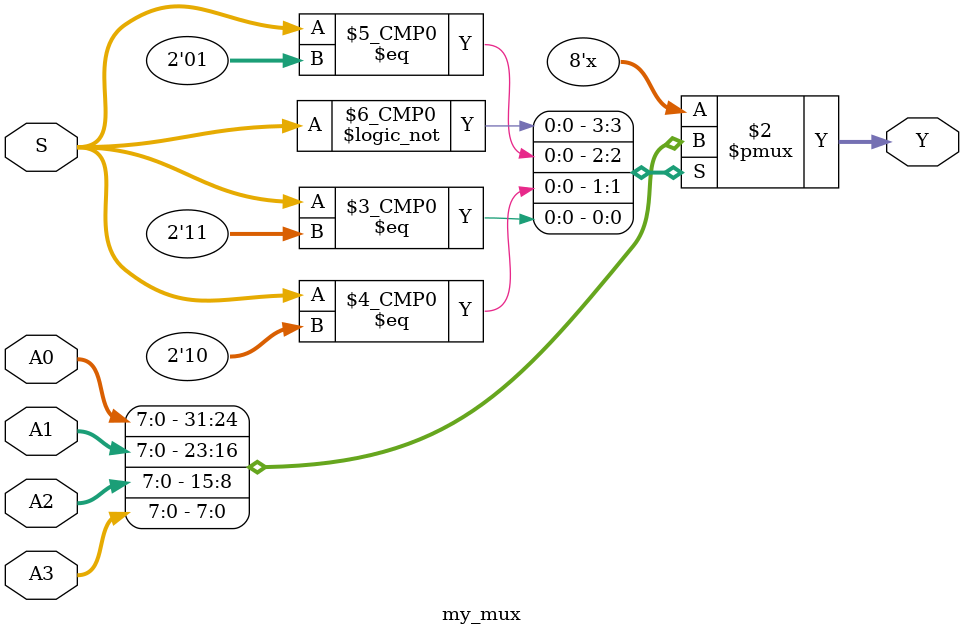
<source format=v>
`timescale 1ns / 1ps
module my_mux(input [7:0] A0, A1, A2, A3,
              input [1:0] S,
              output reg [7:0] Y);
always@(*)begin
case(S)
0:Y=A0;
1:Y=A1;
2:Y=A2;
3:Y=A3;
endcase
end
endmodule

</source>
